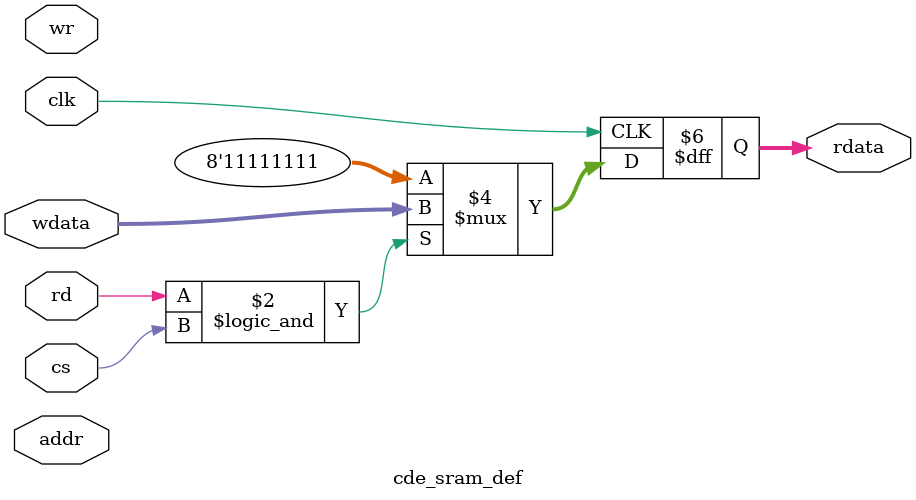
<source format=v>
 module 
  cde_sram_def 
    #( parameter 
      ADDR=10,
      WIDTH=8,
      WORDS=1024,
      WRITETHRU=0,
      DEFAULT={WIDTH{1'b1}},
      INIT_FILE="NONE",
      INSTANCE_NAME="U1")
     (
 input   wire                 clk,
 input   wire                 cs,
 input   wire                 rd,
 input   wire                 wr,
 input   wire    [ ADDR-1 :  0]        addr,
 input   wire    [ WIDTH-1 :  0]        wdata,
 output   reg    [ WIDTH-1 :  0]        rdata);
  // Simple loop back for linting and code coverage
  always@(posedge clk)
        if( rd && cs ) rdata             <= wdata;
        else           rdata             <= DEFAULT;
  endmodule

</source>
